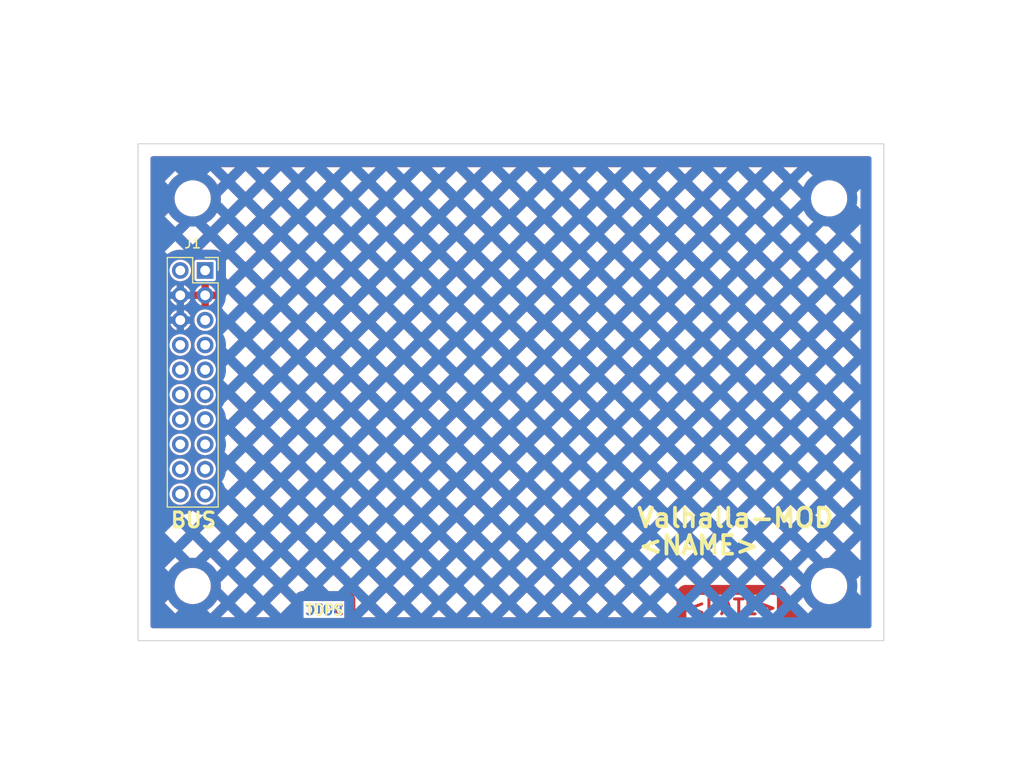
<source format=kicad_pcb>
(kicad_pcb (version 20241229) (generator "pcbnew") (generator_version "9.0")
  (title_block (title "Valhalla MOD PSU") (date "2025-01-06") (rev "1"))
  (layers (0 "F.Cu" signal) (2 "B.Cu" signal) (13 "F.Paste" user) (15 "B.Paste" user) (5 "F.SilkS" user "F.Silkscreen") (7 "B.SilkS" user "B.Silkscreen") (1 "F.Mask" user) (3 "B.Mask" user) (25 "Edge.Cuts" user))
  (net 0 "")
  (net 1 "/DGND")
  (net 2 "/AVCC")
  (net 3 "/MOSI")
  (net 4 "/~{RTS}")
  (net 5 "/~{IINT}")
  (net 6 "/BVCC")
  (net 7 "/RXDI")
  (net 8 "/~{SS}")
  (net 9 "/AGND")
  (net 10 "/SCL")
  (net 11 "/DVCC")
  (net 12 "/SCK")
  (net 13 "/LVCC")
  (net 14 "/~{SINT}")
  (net 15 "/~{RESET}")
  (net 16 "/TXDO")
  (net 17 "/SDA")
  (net 18 "/MISO")
  (net 19 "/~{DCD}")
  (footprint "MountingHole:MountingHole_3.2mm_M3_ISO7380" (layer "F.Cu") (at 139.192 41.148)
    (property "Reference" "H1" (hide yes))
    (property "Value" "UI")
    (pad "" np_thru_hole circle (at 0 0) (size 3.2 3.2) (drill 3.2) (layers "*.Cu" "*.Mask"))
  )
  (footprint "MountingHole:MountingHole_3.2mm_M3_ISO7380" (layer "F.Cu") (at 74.168 80.772)
    (property "Reference" "H4" (hide yes))
    (property "Value" "BUS")
    (pad "" np_thru_hole circle (at 0 0) (size 3.2 3.2) (drill 3.2) (layers "*.Cu" "*.Mask"))
  )
  (footprint "MountingHole:MountingHole_3.2mm_M3_ISO7380" (layer "F.Cu") (at 139.192 80.772)
    (property "Reference" "H2" (hide yes))
    (property "Value" "UI")
    (pad "" np_thru_hole circle (at 0 0) (size 3.2 3.2) (drill 3.2) (layers "*.Cu" "*.Mask"))
  )
  (footprint "Connector_PinSocket_2.54mm:PinSocket_2x10_P2.54mm_Vertical" (layer "F.Cu") (at 75.438 48.514)
    (property "Reference" "J1" (at -1.27 -2.77 0) (layer "F.SilkS"))
    (property "Value" "BUS")
    (fp_line (start -3.87 -1.33) (end -3.87 24.19) (stroke (width 0.12)) (layer "F.SilkS"))
    (fp_line (start -3.87 -1.33) (end -1.27 -1.33) (stroke (width 0.12)) (layer "F.SilkS"))
    (fp_line (start -3.87 24.19) (end 1.33 24.19) (stroke (width 0.12)) (layer "F.SilkS"))
    (fp_line (start -1.27 -1.33) (end -1.27 1.27) (stroke (width 0.12)) (layer "F.SilkS"))
    (fp_line (start -1.27 1.27) (end 1.33 1.27) (stroke (width 0.12)) (layer "F.SilkS"))
    (fp_line (start 0 -1.33) (end 1.33 -1.33) (stroke (width 0.12)) (layer "F.SilkS"))
    (fp_line (start 1.33 -1.33) (end 1.33 0) (stroke (width 0.12)) (layer "F.SilkS"))
    (fp_line (start 1.33 1.27) (end 1.33 24.19) (stroke (width 0.12)) (layer "F.SilkS"))
    (pad "1" thru_hole rect (at 0 0) (size 1.7 1.7) (drill 1) (layers "*.Cu" "*.Mask") (net 2 "/AVCC"))
    (pad "2" thru_hole oval (at -2.54 0) (size 1.7 1.7) (drill 1) (layers "*.Cu" "*.Mask") (net 9 "/AGND"))
    (pad "3" thru_hole oval (at 0 2.54) (size 1.7 1.7) (drill 1) (layers "*.Cu" "*.Mask") (net 11 "/DVCC"))
    (pad "4" thru_hole oval (at -2.54 2.54) (size 1.7 1.7) (drill 1) (layers "*.Cu" "*.Mask") (net 1 "/DGND"))
    (pad "5" thru_hole oval (at 0 5.08) (size 1.7 1.7) (drill 1) (layers "*.Cu" "*.Mask") (net 15 "/~{RESET}"))
    (pad "6" thru_hole oval (at -2.54 5.08) (size 1.7 1.7) (drill 1) (layers "*.Cu" "*.Mask") (net 1 "/DGND"))
    (pad "7" thru_hole oval (at 0 7.62) (size 1.7 1.7) (drill 1) (layers "*.Cu" "*.Mask") (net 3 "/MOSI"))
    (pad "8" thru_hole oval (at -2.54 7.62) (size 1.7 1.7) (drill 1) (layers "*.Cu" "*.Mask") (net 18 "/MISO"))
    (pad "9" thru_hole oval (at 0 10.16) (size 1.7 1.7) (drill 1) (layers "*.Cu" "*.Mask") (net 12 "/SCK"))
    (pad "10" thru_hole oval (at -2.54 10.16) (size 1.7 1.7) (drill 1) (layers "*.Cu" "*.Mask") (net 8 "/~{SS}"))
    (pad "11" thru_hole oval (at 0 12.7) (size 1.7 1.7) (drill 1) (layers "*.Cu" "*.Mask") (net 14 "/~{SINT}"))
    (pad "12" thru_hole oval (at -2.54 12.7) (size 1.7 1.7) (drill 1) (layers "*.Cu" "*.Mask") (net 6 "/BVCC"))
    (pad "13" thru_hole oval (at 0 15.24) (size 1.7 1.7) (drill 1) (layers "*.Cu" "*.Mask") (net 17 "/SDA"))
    (pad "14" thru_hole oval (at -2.54 15.24) (size 1.7 1.7) (drill 1) (layers "*.Cu" "*.Mask") (net 10 "/SCL"))
    (pad "15" thru_hole oval (at 0 17.78) (size 1.7 1.7) (drill 1) (layers "*.Cu" "*.Mask") (net 5 "/~{IINT}"))
    (pad "16" thru_hole oval (at -2.54 17.78) (size 1.7 1.7) (drill 1) (layers "*.Cu" "*.Mask") (net 13 "/LVCC"))
    (pad "17" thru_hole oval (at 0 20.32) (size 1.7 1.7) (drill 1) (layers "*.Cu" "*.Mask") (net 7 "/RXDI"))
    (pad "18" thru_hole oval (at -2.54 20.32) (size 1.7 1.7) (drill 1) (layers "*.Cu" "*.Mask") (net 16 "/TXDO"))
    (pad "19" thru_hole oval (at 0 22.86) (size 1.7 1.7) (drill 1) (layers "*.Cu" "*.Mask") (net 4 "/~{RTS}"))
    (pad "20" thru_hole oval (at -2.54 22.86) (size 1.7 1.7) (drill 1) (layers "*.Cu" "*.Mask") (net 19 "/~{DCD}"))
  )
  (footprint "MountingHole:MountingHole_3.2mm_M3_ISO7380" (layer "F.Cu") (at 74.168 41.148)
    (property "Reference" "H3" (hide yes))
    (property "Value" "BUS")
    (pad "" np_thru_hole circle (at 0 0) (size 3.2 3.2) (drill 3.2) (layers "*.Cu" "*.Mask"))
  )
  (gr_rect (start 68.58 35.56) (end 144.78 86.36) (stroke (width 0.1)) (fill no) (layer "Edge.Cuts"))
  (gr_text "<DATE>" (at 124.46 83.82 0) (layer "F.Cu") (effects (font (size 1.524 1.524) (thickness 0.3048) (bold yes)) (justify left bottom)))
  (gr_text "TOPC" (at 85.598 83.82 0) (layer "F.Cu") (effects (font (size 1.016 1.016) (thickness 0.2032) (bold yes)) (justify left bottom)))
  (gr_text "BOTC" (at 89.662 83.82 0) (layer "B.Cu") (effects (font (size 1.016 1.016) (thickness 0.2032) (bold yes)) (justify left bottom mirror)))
  (gr_text "BUS" (at 71.755 74.93 0) (layer "F.SilkS") (effects (font (size 1.524 1.524) (thickness 0.3048) (bold yes)) (justify left bottom)))
  (gr_text "<NAME>" (at 119.507 77.724 0) (layer "F.SilkS") (effects (font (size 1.905 1.905) (thickness 0.381) (bold yes)) (justify left bottom)))
  (gr_text "Valhalla-MOD" (at 119.38 74.93 0) (layer "F.SilkS") (effects (font (size 1.905 1.905) (thickness 0.381) (bold yes)) (justify left bottom)))
  (gr_text "TOPS" (at 85.598 83.82 0) (layer "F.SilkS") (effects (font (size 1.016 1.016) (thickness 0.2032) (bold yes)) (justify left bottom)))
  (zone (net 11) (net_name "/DVCC") (layer "F.Cu") (connect_pads (clearance 0.254)) (min_thickness 0.2032) (fill yes (mode hatch) (thermal_gap 0.254) (thermal_bridge_width 0.762) (smoothing fillet) (radius 0.254) (hatch_thickness 1.016) (hatch_gap 1.524) (hatch_orientation 45) (hatch_border_algorithm hatch_thickness) (hatch_min_hole_area 0.3))
    (polygon (pts (xy 69.85 36.83) (xy 143.51 36.83) (xy 143.51 85.09) (xy 69.85 85.09)))
  )
  (zone (net 1) (net_name "/DGND") (layer "B.Cu") (connect_pads (clearance 0.254)) (min_thickness 0.2032) (fill yes (mode hatch) (thermal_gap 0.254) (thermal_bridge_width 0.762) (smoothing fillet) (radius 0.254) (hatch_thickness 1.016) (hatch_gap 1.524) (hatch_orientation 45) (hatch_border_algorithm hatch_thickness) (hatch_min_hole_area 0.3))
    (polygon (pts (xy 69.85 36.83) (xy 143.51 36.83) (xy 143.51 85.09) (xy 69.85 85.09)))
  )
)
</source>
